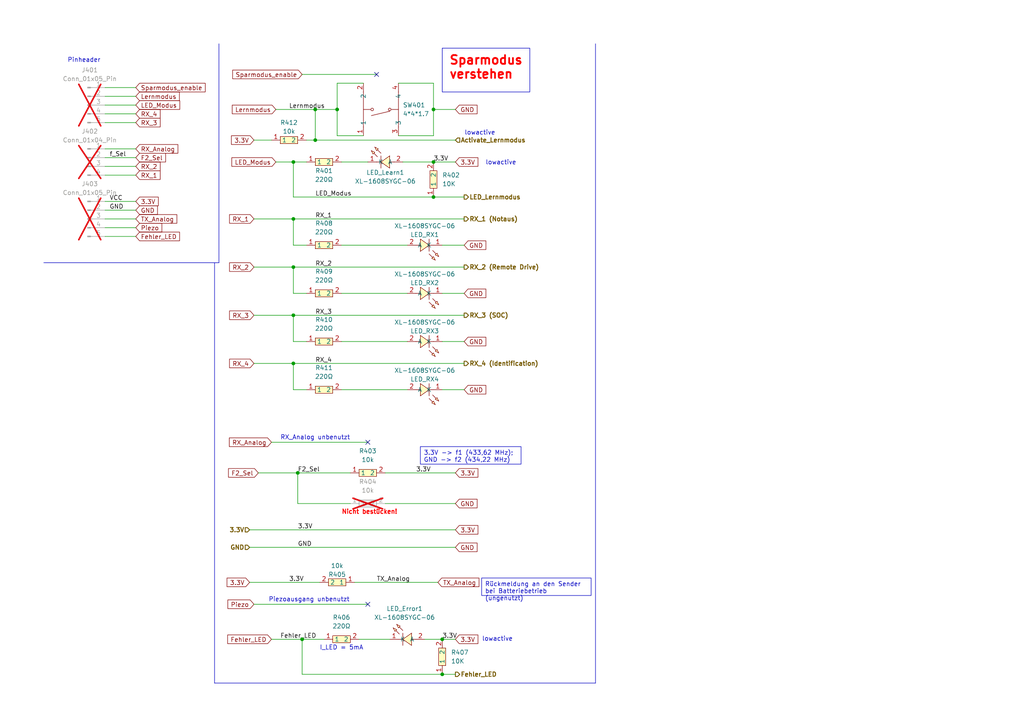
<source format=kicad_sch>
(kicad_sch (version 20250114) (generator "eeschema") (generator_version "9.0")
  (paper "A4")
  (title_block (title "E-Kart Option 1") (date "2025-04-01") (rev "1") (company "Leomax") (comment 1 "zentrale Steuer- und Kommunkationsplatine") (comment 2 "Bachelorarbiet") (comment 3 "Sebastian Hampl"))
  (lib_symbols
    (symbol "Connector:Conn_01x04_Pin" (pin_names (offset 1.016) (hide yes))
      (property "Reference" "J" (at 0 5.08 0))
      (property "Value" "Conn_01x04_Pin" (at 0 -7.62 0))
      (symbol "Conn_01x04_Pin_1_1"
        (rectangle (start 0.8636 2.667) (end 0 2.413) (stroke (width 0.1524)) (fill (type outline)))
        (rectangle (start 0.8636 0.127) (end 0 -0.127) (stroke (width 0.1524)) (fill (type outline)))
        (rectangle (start 0.8636 -2.413) (end 0 -2.667) (stroke (width 0.1524)) (fill (type outline)))
        (rectangle (start 0.8636 -4.953) (end 0 -5.207) (stroke (width 0.1524)) (fill (type outline)))
        (polyline (pts (xy 1.27 2.54) (xy 0.8636 2.54)) (stroke (width 0.1524)))
        (polyline (pts (xy 1.27 0) (xy 0.8636 0)) (stroke (width 0.1524)))
        (polyline (pts (xy 1.27 -2.54) (xy 0.8636 -2.54)) (stroke (width 0.1524)))
        (polyline (pts (xy 1.27 -5.08) (xy 0.8636 -5.08)) (stroke (width 0.1524)))
        (pin passive line (at 5.08 2.54 180) (length 3.81) (name "Pin_1") (number "1"))
        (pin passive line (at 5.08 0 180) (length 3.81) (name "Pin_2") (number "2"))
        (pin passive line (at 5.08 -2.54 180) (length 3.81) (name "Pin_3") (number "3"))
        (pin passive line (at 5.08 -5.08 180) (length 3.81) (name "Pin_4") (number "4"))
      )
    )
    (symbol "Connector:Conn_01x05_Pin" (pin_names (offset 1.016) (hide yes))
      (property "Reference" "J" (at 0 7.62 0))
      (property "Value" "Conn_01x05_Pin" (at 0 -7.62 0))
      (symbol "Conn_01x05_Pin_1_1"
        (rectangle (start 0.8636 5.207) (end 0 4.953) (stroke (width 0.1524)) (fill (type outline)))
        (rectangle (start 0.8636 2.667) (end 0 2.413) (stroke (width 0.1524)) (fill (type outline)))
        (rectangle (start 0.8636 0.127) (end 0 -0.127) (stroke (width 0.1524)) (fill (type outline)))
        (rectangle (start 0.8636 -2.413) (end 0 -2.667) (stroke (width 0.1524)) (fill (type outline)))
        (rectangle (start 0.8636 -4.953) (end 0 -5.207) (stroke (width 0.1524)) (fill (type outline)))
        (polyline (pts (xy 1.27 5.08) (xy 0.8636 5.08)) (stroke (width 0.1524)))
        (polyline (pts (xy 1.27 2.54) (xy 0.8636 2.54)) (stroke (width 0.1524)))
        (polyline (pts (xy 1.27 0) (xy 0.8636 0)) (stroke (width 0.1524)))
        (polyline (pts (xy 1.27 -2.54) (xy 0.8636 -2.54)) (stroke (width 0.1524)))
        (polyline (pts (xy 1.27 -5.08) (xy 0.8636 -5.08)) (stroke (width 0.1524)))
        (pin passive line (at 5.08 5.08 180) (length 3.81) (name "Pin_1") (number "1"))
        (pin passive line (at 5.08 2.54 180) (length 3.81) (name "Pin_2") (number "2"))
        (pin passive line (at 5.08 0 180) (length 3.81) (name "Pin_3") (number "3"))
        (pin passive line (at 5.08 -2.54 180) (length 3.81) (name "Pin_4") (number "4"))
        (pin passive line (at 5.08 -5.08 180) (length 3.81) (name "Pin_5") (number "5"))
      )
    )
    (symbol "EasyEda2KiCad:0603WAJ0221T5E"
      (property "Reference" "R" (at 0 5.08 0))
      (property "Value" "0603WAJ0221T5E" (at 0 -5.08 0))
      (symbol "0603WAJ0221T5E_0_1"
        (rectangle (start -2.54 1.02) (end 2.54 -1.02) (fill (type background)))
        (pin input line (at -5.08 0 0) (length 2.54) (name "1") (number "1"))
        (pin input line (at 5.08 0 180) (length 2.54) (name "2") (number "2"))
      )
    )
    (symbol "EasyEda2KiCad:XL-1608SYGC-06"
      (property "Reference" "LED" (at 0 5.08 0))
      (property "Value" "XL-1608SYGC-06" (at 0 -5.08 0))
      (symbol "XL-1608SYGC-06_0_1"
        (polyline (pts (xy -4.06 3.3) (xy -3.05 2.79) (xy -3.56 2.29) (xy -4.06 3.3)) (fill (type background)))
        (polyline (pts (xy -3.05 4.32) (xy -2.03 3.81) (xy -2.54 3.3) (xy -3.05 4.32)) (fill (type background)))
        (polyline (pts (xy -2.29 1.52) (xy -3.3 2.54) (xy -2.29 1.52)) (fill (type background)))
        (polyline (pts (xy -1.27 2.54) (xy -2.29 3.56) (xy -1.27 2.54)) (fill (type background)))
        (polyline (pts (xy -1.27 1.78) (xy -1.27 -1.78)))
        (polyline (pts (xy -1.27 0) (xy -2.54 0)))
        (polyline (pts (xy 1.27 1.78) (xy -1.27 0) (xy 1.27 -1.78) (xy 1.27 1.78)) (fill (type background)))
        (polyline (pts (xy 2.54 0) (xy 1.27 0)))
        (pin unspecified line (at -5.08 0 0) (length 2.54) (name "K") (number "1"))
        (pin unspecified line (at 5.08 0 180) (length 2.54) (name "A") (number "2"))
      )
    )
    (symbol "easyeda2kicad:0603WAF1002T5E"
      (property "Reference" "R" (at 0 5.08 0))
      (property "Value" "0603WAF1002T5E" (at 0 -5.08 0))
      (symbol "0603WAF1002T5E_0_1"
        (rectangle (start -2.54 1.02) (end 2.54 -1.02) (fill (type background)))
        (pin input line (at -5.08 0 0) (length 2.54) (name "1") (number "1"))
        (pin input line (at 5.08 0 180) (length 2.54) (name "2") (number "2"))
      )
    )
    (symbol "easyeda2kicad:0603WAF2200T5E"
      (property "Reference" "R" (at 0 5.08 0))
      (property "Value" "0603WAF2200T5E" (at 0 -5.08 0))
      (symbol "0603WAF2200T5E_0_1"
        (rectangle (start -2.54 1.02) (end 2.54 -1.02) (fill (type background)))
        (pin input line (at -5.08 0 0) (length 2.54) (name "1") (number "1"))
        (pin input line (at 5.08 0 180) (length 2.54) (name "2") (number "2"))
      )
    )
    (symbol "easyeda2kicad:4*4*1.7"
      (property "Reference" "SW" (at 0 8.89 0))
      (property "Value" "4*4*1.7" (at 0 -11.43 0))
      (symbol "4*4*1.7_0_1"
        (polyline (pts (xy -5.08 3.81) (xy 5.08 3.81)))
        (polyline (pts (xy -5.08 -6.35) (xy 5.08 -6.35)))
        (polyline (pts (xy -0.51 -3.81) (xy -1.78 1.52)))
        (polyline (pts (xy 0 1.78) (xy 0 3.81)))
        (circle (center 0 1.27) (radius 0.38))
        (circle (center 0 -3.81) (radius 0.38))
        (polyline (pts (xy 0 -4.32) (xy 0 -6.35)))
        (pin unspecified line (at -7.62 3.81 0) (length 2.54) (name "1") (number "1"))
        (pin unspecified line (at -7.62 -6.35 0) (length 2.54) (name "3") (number "3"))
        (pin unspecified line (at 7.62 3.81 180) (length 2.54) (name "2") (number "2"))
        (pin unspecified line (at 7.62 -6.35 180) (length 2.54) (name "4") (number "4"))
      )
    )
  )
  (text "lowactive" (at 139.192 38.608 0) (effects (font (size 1.27 1.27))))
  (text "lowactive" (at 145.288 47.244 0) (effects (font (size 1.27 1.27))))
  (text "Piezoausgang unbenutzt" (at 89.662 173.99 0) (effects (font (size 1.27 1.27))))
  (text "lowactive" (at 144.272 185.42 0) (effects (font (size 1.27 1.27))))
  (text "I_LED = 5mA\n" (at 99.06 187.96 0) (effects (font (size 1.27 1.27))))
  (text "RX_Analog unbenutzt" (at 91.44 127 0) (effects (font (size 1.27 1.27))))
  (text "Pinheader" (at 24.384 17.526 0) (effects (font (size 1.27 1.27))))
  (text "Nicht bestücken!\n" (at 107.188 148.59 0) (effects (font (size 1.27 1.27) (thickness 0.254) (bold yes))))
  (text_box "3.3V -> f1 (433,62 MHz); GND -> f2 (434,22 MHz)" (at 121.92 129.54 0) (size 29.21 5.08) (margins 0.9525 0.9525 0.9525 0.9525) (effects (font (size 1.27 1.27)) (justify left top)))
  (text_box "Sparmodus verstehen" (at 128.27 13.97 0) (size 25.4 12.7) (margins 1.905 1.905 1.905 1.905) (effects (font (size 2.54 2.54) (thickness 0.508) (bold yes)) (justify left top)))
  (text_box "Rückmeldung an den Sender bei Batteriebetrieb (ungenutzt)" (at 139.7 167.64 0) (size 31.75 5.08) (margins 0.9525 0.9525 0.9525 0.9525) (effects (font (size 1.27 1.27)) (justify left top)))
  (junction (at 85.09 46.99))
  (junction (at 128.27 185.42))
  (junction (at 86.36 137.16))
  (junction (at 125.73 46.99))
  (junction (at 87.63 185.42))
  (junction (at 85.09 105.41))
  (junction (at 91.44 40.64))
  (junction (at 85.09 91.44))
  (junction (at 91.44 31.75))
  (junction (at 125.73 31.75))
  (junction (at 85.09 63.5))
  (junction (at 125.73 57.15))
  (junction (at 128.27 195.58))
  (junction (at 85.09 77.47))
  (junction (at 97.79 31.75))
  (no_connect (at 109.22 21.59))
  (no_connect (at 106.68 128.27))
  (no_connect (at 106.68 175.26))
  (wire (pts (xy 97.79 31.75) (xy 97.79 39.37)))
  (wire (pts (xy 85.09 85.09) (xy 85.09 77.47)))
  (wire (pts (xy 111.76 137.16) (xy 132.08 137.16)))
  (wire (pts (xy 78.74 128.27) (xy 106.68 128.27)))
  (wire (pts (xy 88.9 85.09) (xy 85.09 85.09)))
  (wire (pts (xy 80.01 31.75) (xy 91.44 31.75)))
  (wire (pts (xy 116.84 46.99) (xy 125.73 46.99)))
  (wire (pts (xy 73.66 91.44) (xy 85.09 91.44)))
  (wire (pts (xy 97.79 24.13) (xy 105.41 24.13)))
  (wire (pts (xy 30.48 43.18) (xy 39.37 43.18)))
  (wire (pts (xy 74.93 137.16) (xy 86.36 137.16)))
  (wire (pts (xy 85.09 63.5) (xy 134.62 63.5)))
  (wire (pts (xy 128.27 71.12) (xy 134.62 71.12)))
  (wire (pts (xy 115.57 39.37) (xy 125.73 39.37)))
  (wire (pts (xy 30.48 33.02) (xy 39.37 33.02)))
  (wire (pts (xy 132.08 40.64) (xy 91.44 40.64)))
  (wire (pts (xy 111.76 146.05) (xy 132.08 146.05)))
  (wire (pts (xy 128.27 185.42) (xy 132.08 185.42)))
  (wire (pts (xy 134.62 57.15) (xy 125.73 57.15)))
  (wire (pts (xy 73.66 40.64) (xy 78.74 40.64)))
  (polyline (pts (xy 172.72 12.7) (xy 172.72 198.12)))
  (wire (pts (xy 30.48 35.56) (xy 39.37 35.56)))
  (wire (pts (xy 85.09 99.06) (xy 85.09 91.44)))
  (wire (pts (xy 99.06 46.99) (xy 106.68 46.99)))
  (wire (pts (xy 125.73 24.13) (xy 125.73 31.75)))
  (wire (pts (xy 30.48 30.48) (xy 39.37 30.48)))
  (wire (pts (xy 91.44 31.75) (xy 97.79 31.75)))
  (wire (pts (xy 85.09 91.44) (xy 134.62 91.44)))
  (wire (pts (xy 97.79 24.13) (xy 97.79 31.75)))
  (wire (pts (xy 86.36 146.05) (xy 86.36 137.16)))
  (wire (pts (xy 128.27 113.03) (xy 134.62 113.03)))
  (wire (pts (xy 85.09 105.41) (xy 134.62 105.41)))
  (wire (pts (xy 30.48 68.58) (xy 39.37 68.58)))
  (wire (pts (xy 30.48 66.04) (xy 39.37 66.04)))
  (polyline (pts (xy 63.5 12.7) (xy 63.5 76.2)))
  (polyline (pts (xy 62.23 198.12) (xy 172.72 198.12)))
  (wire (pts (xy 30.48 25.4) (xy 39.37 25.4)))
  (wire (pts (xy 73.66 105.41) (xy 85.09 105.41)))
  (wire (pts (xy 30.48 45.72) (xy 39.37 45.72)))
  (wire (pts (xy 125.73 57.15) (xy 85.09 57.15)))
  (wire (pts (xy 115.57 24.13) (xy 125.73 24.13)))
  (wire (pts (xy 87.63 195.58) (xy 87.63 185.42)))
  (wire (pts (xy 118.11 85.09) (xy 99.06 85.09)))
  (wire (pts (xy 85.09 71.12) (xy 85.09 63.5)))
  (wire (pts (xy 97.79 39.37) (xy 105.41 39.37)))
  (polyline (pts (xy 12.7 76.2) (xy 63.5 76.2)))
  (wire (pts (xy 30.48 27.94) (xy 39.37 27.94)))
  (wire (pts (xy 30.48 58.42) (xy 39.37 58.42)))
  (wire (pts (xy 92.71 168.91) (xy 72.39 168.91)))
  (wire (pts (xy 128.27 99.06) (xy 134.62 99.06)))
  (wire (pts (xy 86.36 137.16) (xy 101.6 137.16)))
  (wire (pts (xy 85.09 57.15) (xy 85.09 46.99)))
  (wire (pts (xy 125.73 31.75) (xy 125.73 39.37)))
  (wire (pts (xy 30.48 48.26) (xy 39.37 48.26)))
  (polyline (pts (xy 62.23 76.2) (xy 62.23 198.12)))
  (wire (pts (xy 128.27 85.09) (xy 134.62 85.09)))
  (wire (pts (xy 88.9 113.03) (xy 85.09 113.03)))
  (wire (pts (xy 132.08 158.75) (xy 72.39 158.75)))
  (wire (pts (xy 132.08 153.67) (xy 72.39 153.67)))
  (wire (pts (xy 73.66 63.5) (xy 85.09 63.5)))
  (wire (pts (xy 88.9 40.64) (xy 91.44 40.64)))
  (wire (pts (xy 73.66 77.47) (xy 85.09 77.47)))
  (wire (pts (xy 87.63 21.59) (xy 109.22 21.59)))
  (wire (pts (xy 85.09 46.99) (xy 80.01 46.99)))
  (wire (pts (xy 118.11 71.12) (xy 99.06 71.12)))
  (wire (pts (xy 88.9 71.12) (xy 85.09 71.12)))
  (wire (pts (xy 30.48 60.96) (xy 39.37 60.96)))
  (wire (pts (xy 85.09 113.03) (xy 85.09 105.41)))
  (wire (pts (xy 101.6 146.05) (xy 86.36 146.05)))
  (wire (pts (xy 88.9 46.99) (xy 85.09 46.99)))
  (wire (pts (xy 30.48 50.8) (xy 39.37 50.8)))
  (wire (pts (xy 30.48 63.5) (xy 39.37 63.5)))
  (wire (pts (xy 123.19 185.42) (xy 128.27 185.42)))
  (wire (pts (xy 118.11 113.03) (xy 99.06 113.03)))
  (wire (pts (xy 118.11 99.06) (xy 99.06 99.06)))
  (wire (pts (xy 125.73 31.75) (xy 132.08 31.75)))
  (wire (pts (xy 128.27 195.58) (xy 87.63 195.58)))
  (wire (pts (xy 132.08 195.58) (xy 128.27 195.58)))
  (wire (pts (xy 88.9 99.06) (xy 85.09 99.06)))
  (wire (pts (xy 113.03 185.42) (xy 104.14 185.42)))
  (wire (pts (xy 73.66 175.26) (xy 106.68 175.26)))
  (wire (pts (xy 78.74 185.42) (xy 87.63 185.42)))
  (wire (pts (xy 127 168.91) (xy 102.87 168.91)))
  (wire (pts (xy 85.09 77.47) (xy 134.62 77.47)))
  (wire (pts (xy 125.73 46.99) (xy 132.08 46.99)))
  (wire (pts (xy 87.63 185.42) (xy 93.98 185.42)))
  (wire (pts (xy 91.44 40.64) (xy 91.44 31.75)))
  (label "TX_Analog" (at 109.22 168.91 0))
  (label "RX_1" (at 91.44 63.5 0))
  (label "3.3V" (at 120.65 137.16 0))
  (label "F2_Sel" (at 86.36 137.16 0))
  (label "RX_4" (at 91.44 105.41 0))
  (label "LED_Modus" (at 91.44 57.15 0))
  (label "GND" (at 31.75 60.96 0))
  (label "3.3V" (at 83.82 168.91 0))
  (label "GND" (at 86.36 158.75 0))
  (label "Fehler_LED" (at 81.28 185.42 0))
  (label "RX_2" (at 91.44 77.47 0))
  (label "Lernmodus" (at 83.82 31.75 0))
  (label "3.3V" (at 125.73 46.99 0))
  (label "f_Sel" (at 31.75 45.72 0))
  (label "3.3V" (at 128.27 185.42 0))
  (label "VCC" (at 31.75 58.42 0))
  (label "3.3V" (at 86.36 153.67 0))
  (label "RX_3" (at 91.44 91.44 0))
  (global_label "RX_4" (shape input) (at 39.37 33.02 0) (property "Intersheetrefs" "${INTERSHEET_REFS}" (effects (hide yes))))
  (global_label "Sparmodus_enable" (shape input) (at 87.63 21.59 180) (property "Intersheetrefs" "${INTERSHEET_REFS}" (effects (hide yes))))
  (global_label "3.3V" (shape input) (at 72.39 168.91 180) (property "Intersheetrefs" "${INTERSHEET_REFS}" (effects (hide yes))))
  (global_label "3.3V" (shape input) (at 39.37 58.42 0) (property "Intersheetrefs" "${INTERSHEET_REFS}" (effects (hide yes))))
  (global_label "3.3V" (shape input) (at 132.08 137.16 0) (property "Intersheetrefs" "${INTERSHEET_REFS}" (effects (hide yes))))
  (global_label "Lernmodus" (shape input) (at 39.37 27.94 0) (property "Intersheetrefs" "${INTERSHEET_REFS}" (effects (hide yes))))
  (global_label "F2_Sel" (shape input) (at 74.93 137.16 180) (property "Intersheetrefs" "${INTERSHEET_REFS}" (effects (hide yes))))
  (global_label "LED_Modus" (shape input) (at 39.37 30.48 0) (property "Intersheetrefs" "${INTERSHEET_REFS}" (effects (hide yes))))
  (global_label "GND" (shape input) (at 134.62 85.09 0) (property "Intersheetrefs" "${INTERSHEET_REFS}" (effects (hide yes))))
  (global_label "GND" (shape input) (at 132.08 158.75 0) (property "Intersheetrefs" "${INTERSHEET_REFS}" (effects (hide yes))))
  (global_label "Lernmodus" (shape input) (at 80.01 31.75 180) (property "Intersheetrefs" "${INTERSHEET_REFS}" (effects (hide yes))))
  (global_label "GND" (shape input) (at 134.62 99.06 0) (property "Intersheetrefs" "${INTERSHEET_REFS}" (effects (hide yes))))
  (global_label "TX_Analog" (shape input) (at 127 168.91 0) (property "Intersheetrefs" "${INTERSHEET_REFS}" (effects (hide yes))))
  (global_label "3.3V" (shape input) (at 132.08 46.99 0) (property "Intersheetrefs" "${INTERSHEET_REFS}" (effects (hide yes))))
  (global_label "Fehler_LED" (shape input) (at 39.37 68.58 0) (property "Intersheetrefs" "${INTERSHEET_REFS}" (effects (hide yes))))
  (global_label "GND" (shape input) (at 132.08 146.05 0) (property "Intersheetrefs" "${INTERSHEET_REFS}" (effects (hide yes))))
  (global_label "Piezo" (shape input) (at 73.66 175.26 180) (property "Intersheetrefs" "${INTERSHEET_REFS}" (effects (hide yes))))
  (global_label "Piezo" (shape input) (at 39.37 66.04 0) (property "Intersheetrefs" "${INTERSHEET_REFS}" (effects (hide yes))))
  (global_label "TX_Analog" (shape input) (at 39.37 63.5 0) (property "Intersheetrefs" "${INTERSHEET_REFS}" (effects (hide yes))))
  (global_label "GND" (shape input) (at 134.62 71.12 0) (property "Intersheetrefs" "${INTERSHEET_REFS}" (effects (hide yes))))
  (global_label "GND" (shape input) (at 39.37 60.96 0) (property "Intersheetrefs" "${INTERSHEET_REFS}" (effects (hide yes))))
  (global_label "LED_Modus" (shape input) (at 80.01 46.99 180) (property "Intersheetrefs" "${INTERSHEET_REFS}" (effects (hide yes))))
  (global_label "RX_Analog" (shape input) (at 39.37 43.18 0) (property "Intersheetrefs" "${INTERSHEET_REFS}" (effects (hide yes))))
  (global_label "RX_2" (shape input) (at 73.66 77.47 180) (property "Intersheetrefs" "${INTERSHEET_REFS}" (effects (hide yes))))
  (global_label "RX_1" (shape input) (at 73.66 63.5 180) (property "Intersheetrefs" "${INTERSHEET_REFS}" (effects (hide yes))))
  (global_label "RX_2" (shape input) (at 39.37 48.26 0) (property "Intersheetrefs" "${INTERSHEET_REFS}" (effects (hide yes))))
  (global_label "F2_Sel" (shape input) (at 39.37 45.72 0) (property "Intersheetrefs" "${INTERSHEET_REFS}" (effects (hide yes))))
  (global_label "3.3V" (shape input) (at 132.08 185.42 0) (property "Intersheetrefs" "${INTERSHEET_REFS}" (effects (hide yes))))
  (global_label "GND" (shape input) (at 134.62 113.03 0) (property "Intersheetrefs" "${INTERSHEET_REFS}" (effects (hide yes))))
  (global_label "RX_Analog" (shape input) (at 78.74 128.27 180) (property "Intersheetrefs" "${INTERSHEET_REFS}" (effects (hide yes))))
  (global_label "RX_3" (shape input) (at 73.66 91.44 180) (property "Intersheetrefs" "${INTERSHEET_REFS}" (effects (hide yes))))
  (global_label "RX_3" (shape input) (at 39.37 35.56 0) (property "Intersheetrefs" "${INTERSHEET_REFS}" (effects (hide yes))))
  (global_label "RX_1" (shape input) (at 39.37 50.8 0) (property "Intersheetrefs" "${INTERSHEET_REFS}" (effects (hide yes))))
  (global_label "3.3V" (shape input) (at 132.08 153.67 0) (property "Intersheetrefs" "${INTERSHEET_REFS}" (effects (hide yes))))
  (global_label "Fehler_LED" (shape input) (at 78.74 185.42 180) (property "Intersheetrefs" "${INTERSHEET_REFS}" (effects (hide yes))))
  (global_label "3.3V" (shape input) (at 73.66 40.64 180) (property "Intersheetrefs" "${INTERSHEET_REFS}" (effects (hide yes))))
  (global_label "Sparmodus_enable" (shape input) (at 39.37 25.4 0) (property "Intersheetrefs" "${INTERSHEET_REFS}" (effects (hide yes))))
  (global_label "RX_4" (shape input) (at 73.66 105.41 180) (property "Intersheetrefs" "${INTERSHEET_REFS}" (effects (hide yes))))
  (global_label "GND" (shape input) (at 132.08 31.75 0) (property "Intersheetrefs" "${INTERSHEET_REFS}" (effects (hide yes))))
  (hierarchical_label "Activate_Lernmodus" (shape input) (at 132.08 40.64 0) (effects (font (thickness 0.254) (bold yes))))
  (hierarchical_label "RX_2 (Remote Drive)" (shape output) (at 134.62 77.47 0) (effects (font (thickness 0.254) (bold yes))))
  (hierarchical_label "Fehler_LED" (shape output) (at 132.08 195.58 0) (effects (font (thickness 0.254) (bold yes))))
  (hierarchical_label "3.3V" (shape input) (at 72.39 153.67 180) (effects (font (thickness 0.254) (bold yes))))
  (hierarchical_label "RX_4 (Identification)" (shape output) (at 134.62 105.41 0) (effects (font (thickness 0.254) (bold yes))))
  (hierarchical_label "RX_1 (Notaus)" (shape output) (at 134.62 63.5 0) (effects (font (thickness 0.254) (bold yes))))
  (hierarchical_label "RX_3 (SOC)" (shape output) (at 134.62 91.44 0) (effects (font (thickness 0.254) (bold yes))))
  (hierarchical_label "LED_Lernmodus" (shape output) (at 134.62 57.15 0) (effects (font (thickness 0.254) (bold yes))))
  (hierarchical_label "GND" (shape input) (at 72.39 158.75 180) (effects (font (thickness 0.254) (bold yes))))
  (symbol (lib_id "EasyEda2KiCad:XL-1608SYGC-06") (at 123.19 113.03 180) (unit 1)
    (property "Reference" "LED_RX4" (at 123.19 109.982 0))
    (property "Value" "XL-1608SYGC-06" (at 123.19 107.442 0))
    (property "Footprint" "easyeda2kicad:LED0603-RD_GREEN" (effects (hide yes)))
    (property "LCSC Part" "C965805" (effects (hide yes)))
  )
  (symbol (lib_id "easyeda2kicad:0603WAF2200T5E") (at 93.98 71.12 0) (unit 1)
    (property "Reference" "R408" (at 93.98 64.77 0))
    (property "Value" "220Ω" (at 93.98 67.31 0))
    (property "Footprint" "easyeda2kicad:R0603" (effects (hide yes)))
    (property "Datasheet" "https://lcsc.com/product-detail/Chip-Resistor-Surface-Mount-UniOhm_220R-2200-1_C22962.html" (effects (hide yes)))
    (property "LCSC Part" "C22962" (effects (hide yes)))
  )
  (symbol (lib_id "Connector:Conn_01x04_Pin") (at 25.4 45.72 0) (unit 1) (in_bom no) (dnp yes)
    (property "Reference" "J402" (at 26.035 38.1 0))
    (property "Value" "Conn_01x04_Pin" (at 26.035 40.64 0))
    (property "Footprint" "Connector_PinHeader_2.54mm:PinHeader_1x04_P2.54mm_Vertical" (effects (hide yes)))
    (property "Description" "Generic connector, single row, 01x04, script generated" (effects (hide yes)))
  )
  (symbol (lib_id "easyeda2kicad:0603WAF1002T5E") (at 128.27 190.5 90) (unit 1)
    (property "Reference" "R407" (at 130.81 189.2299 90) (effects (justify right)))
    (property "Value" "10K" (at 130.81 191.7699 90) (effects (justify right)))
    (property "Footprint" "easyeda2kicad:R0603" (effects (hide yes)))
    (property "Datasheet" "https://lcsc.com/product-detail/Chip-Resistor-Surface-Mount-UniOhm_10KR-1002-1_C25804.html" (effects (hide yes)))
    (property "LCSC Part" "C25804" (effects (hide yes)))
  )
  (symbol (lib_id "easyeda2kicad:0603WAF2200T5E") (at 93.98 85.09 0) (unit 1)
    (property "Reference" "R409" (at 93.98 78.74 0))
    (property "Value" "220Ω" (at 93.98 81.28 0))
    (property "Footprint" "easyeda2kicad:R0603" (effects (hide yes)))
    (property "Datasheet" "https://lcsc.com/product-detail/Chip-Resistor-Surface-Mount-UniOhm_220R-2200-1_C22962.html" (effects (hide yes)))
    (property "LCSC Part" "C22962" (effects (hide yes)))
  )
  (symbol (lib_id "Connector:Conn_01x05_Pin") (at 25.4 30.48 0) (unit 1) (in_bom no) (dnp yes)
    (property "Reference" "J401" (at 26.035 20.32 0))
    (property "Value" "Conn_01x05_Pin" (at 26.035 22.86 0))
    (property "Footprint" "Connector_PinHeader_2.54mm:PinHeader_1x05_P2.54mm_Vertical" (effects (hide yes)))
    (property "Description" "Generic connector, single row, 01x05, script generated" (effects (hide yes)))
  )
  (symbol (lib_id "easyeda2kicad:4*4*1.7") (at 109.22 31.75 90) (unit 1)
    (property "Reference" "SW401" (at 116.84 30.4799 90) (effects (justify right)))
    (property "Value" "4*4*1.7" (at 116.84 33.0199 90) (effects (justify right)))
    (property "Footprint" "easyeda2kicad:SW-SMD_4P-L5.2-W5.2-P3.70-LS6.5" (effects (hide yes)))
    (property "Datasheet" "https://lcsc.com/product-detail/Tactile-Switches_4-4-1-7-Plastic-head_C10852.html" (effects (hide yes)))
    (property "LCSC Part" "C10852" (effects (hide yes)))
  )
  (symbol (lib_id "EasyEda2KiCad:0603WAJ0221T5E") (at 93.98 46.99 0) (unit 1)
    (property "Reference" "R401" (at 93.98 49.53 0))
    (property "Value" "220Ω" (at 93.98 52.07 0))
    (property "Footprint" "easyeda2kicad:R0603" (effects (hide yes)))
    (property "Datasheet" "https://lcsc.com/product-detail/Chip-Resistor-Surface-Mount-UniOhm_220R-221-5_C1226.html" (effects (hide yes)))
    (property "LCSC Part" "C1226" (effects (hide yes)))
  )
  (symbol (lib_id "EasyEda2KiCad:XL-1608SYGC-06") (at 123.19 99.06 180) (unit 1)
    (property "Reference" "LED_RX3" (at 123.19 96.012 0))
    (property "Value" "XL-1608SYGC-06" (at 123.19 93.472 0))
    (property "Footprint" "easyeda2kicad:LED0603-RD_GREEN" (effects (hide yes)))
    (property "LCSC Part" "C965805" (effects (hide yes)))
  )
  (symbol (lib_id "EasyEda2KiCad:XL-1608SYGC-06") (at 111.76 46.99 0) (unit 1)
    (property "Reference" "LED_Learn1" (at 111.76 50.038 0))
    (property "Value" "XL-1608SYGC-06" (at 111.76 52.578 0))
    (property "Footprint" "easyeda2kicad:LED0603-RD_GREEN" (effects (hide yes)))
    (property "LCSC Part" "C965805" (effects (hide yes)))
  )
  (symbol (lib_id "easyeda2kicad:0603WAF1002T5E") (at 106.68 137.16 0) (unit 1)
    (property "Reference" "R403" (at 106.68 130.81 0))
    (property "Value" "10k" (at 106.68 133.35 0))
    (property "Footprint" "easyeda2kicad:R0603" (effects (hide yes)))
    (property "Datasheet" "https://lcsc.com/product-detail/Chip-Resistor-Surface-Mount-UniOhm_10KR-1002-1_C25804.html" (effects (hide yes)))
    (property "LCSC Part" "C25804" (effects (hide yes)))
  )
  (symbol (lib_id "EasyEda2KiCad:XL-1608SYGC-06") (at 123.19 71.12 180) (unit 1)
    (property "Reference" "LED_RX1" (at 123.19 68.072 0))
    (property "Value" "XL-1608SYGC-06" (at 123.19 65.532 0))
    (property "Footprint" "easyeda2kicad:LED0603-RD_GREEN" (effects (hide yes)))
    (property "LCSC Part" "C965805" (effects (hide yes)))
  )
  (symbol (lib_id "easyeda2kicad:0603WAF1002T5E") (at 97.79 168.91 180) (unit 1)
    (property "Reference" "R405" (at 97.79 166.624 0))
    (property "Value" "10k" (at 97.79 164.084 0))
    (property "Footprint" "easyeda2kicad:R0603" (effects (hide yes)))
    (property "Datasheet" "https://lcsc.com/product-detail/Chip-Resistor-Surface-Mount-UniOhm_10KR-1002-1_C25804.html" (effects (hide yes)))
    (property "LCSC Part" "C25804" (effects (hide yes)))
  )
  (symbol (lib_id "EasyEda2KiCad:0603WAJ0221T5E") (at 99.06 185.42 0) (unit 1)
    (property "Reference" "R406" (at 99.06 179.07 0))
    (property "Value" "220Ω" (at 99.06 181.61 0))
    (property "Footprint" "easyeda2kicad:R0603" (effects (hide yes)))
    (property "Datasheet" "https://lcsc.com/product-detail/Chip-Resistor-Surface-Mount-UniOhm_220R-221-5_C1226.html" (effects (hide yes)))
    (property "LCSC Part" "C1226" (effects (hide yes)))
  )
  (symbol (lib_id "easyeda2kicad:0603WAF1002T5E") (at 125.73 52.07 90) (unit 1)
    (property "Reference" "R402" (at 128.27 50.7999 90) (effects (justify right)))
    (property "Value" "10K" (at 128.27 53.3399 90) (effects (justify right)))
    (property "Footprint" "easyeda2kicad:R0603" (effects (hide yes)))
    (property "Datasheet" "https://lcsc.com/product-detail/Chip-Resistor-Surface-Mount-UniOhm_10KR-1002-1_C25804.html" (effects (hide yes)))
    (property "LCSC Part" "C25804" (effects (hide yes)))
  )
  (symbol (lib_id "EasyEda2KiCad:XL-1608SYGC-06") (at 123.19 85.09 180) (unit 1)
    (property "Reference" "LED_RX2" (at 123.19 82.042 0))
    (property "Value" "XL-1608SYGC-06" (at 123.19 79.502 0))
    (property "Footprint" "easyeda2kicad:LED0603-RD_GREEN" (effects (hide yes)))
    (property "LCSC Part" "C965805" (effects (hide yes)))
  )
  (symbol (lib_id "easyeda2kicad:0603WAF1002T5E") (at 106.68 146.05 0) (unit 1) (in_bom no) (dnp yes)
    (property "Reference" "R404" (at 106.68 139.7 0))
    (property "Value" "10k" (at 106.68 142.24 0))
    (property "Footprint" "easyeda2kicad:R0603" (effects (hide yes)))
    (property "Datasheet" "https://lcsc.com/product-detail/Chip-Resistor-Surface-Mount-UniOhm_10KR-1002-1_C25804.html" (effects (hide yes)))
    (property "LCSC Part" "C25804" (effects (hide yes)))
  )
  (symbol (lib_id "easyeda2kicad:0603WAF1002T5E") (at 83.82 40.64 0) (unit 1)
    (property "Reference" "R412" (at 83.82 35.56 0))
    (property "Value" "10k" (at 83.82 38.1 0))
    (property "Footprint" "easyeda2kicad:R0603" (effects (hide yes)))
    (property "Datasheet" "https://lcsc.com/product-detail/Chip-Resistor-Surface-Mount-UniOhm_10KR-1002-1_C25804.html" (effects (hide yes)))
    (property "LCSC Part" "C25804" (effects (hide yes)))
  )
  (symbol (lib_id "easyeda2kicad:0603WAF2200T5E") (at 93.98 113.03 0) (unit 1)
    (property "Reference" "R411" (at 93.98 106.68 0))
    (property "Value" "220Ω" (at 93.98 109.22 0))
    (property "Footprint" "easyeda2kicad:R0603" (effects (hide yes)))
    (property "Datasheet" "https://lcsc.com/product-detail/Chip-Resistor-Surface-Mount-UniOhm_220R-2200-1_C22962.html" (effects (hide yes)))
    (property "LCSC Part" "C22962" (effects (hide yes)))
  )
  (symbol (lib_id "EasyEda2KiCad:XL-1608SYGC-06") (at 118.11 185.42 0) (unit 1)
    (property "Reference" "LED_Error1" (at 117.35 176.53 0))
    (property "Value" "XL-1608SYGC-06" (at 117.35 179.07 0))
    (property "Footprint" "easyeda2kicad:LED0603-RD_GREEN" (effects (hide yes)))
    (property "LCSC Part" "C965805" (effects (hide yes)))
  )
  (symbol (lib_id "easyeda2kicad:0603WAF2200T5E") (at 93.98 99.06 0) (unit 1)
    (property "Reference" "R410" (at 93.98 92.71 0))
    (property "Value" "220Ω" (at 93.98 95.25 0))
    (property "Footprint" "easyeda2kicad:R0603" (effects (hide yes)))
    (property "Datasheet" "https://lcsc.com/product-detail/Chip-Resistor-Surface-Mount-UniOhm_220R-2200-1_C22962.html" (effects (hide yes)))
    (property "LCSC Part" "C22962" (effects (hide yes)))
  )
  (symbol (lib_id "Connector:Conn_01x05_Pin") (at 25.4 63.5 0) (unit 1) (in_bom no) (dnp yes)
    (property "Reference" "J403" (at 26.035 53.34 0))
    (property "Value" "Conn_01x05_Pin" (at 26.035 55.88 0))
    (property "Footprint" "Connector_PinHeader_2.54mm:PinHeader_1x05_P2.54mm_Vertical" (effects (hide yes)))
    (property "Description" "Generic connector, single row, 01x05, script generated" (effects (hide yes)))
  )
)
</source>
